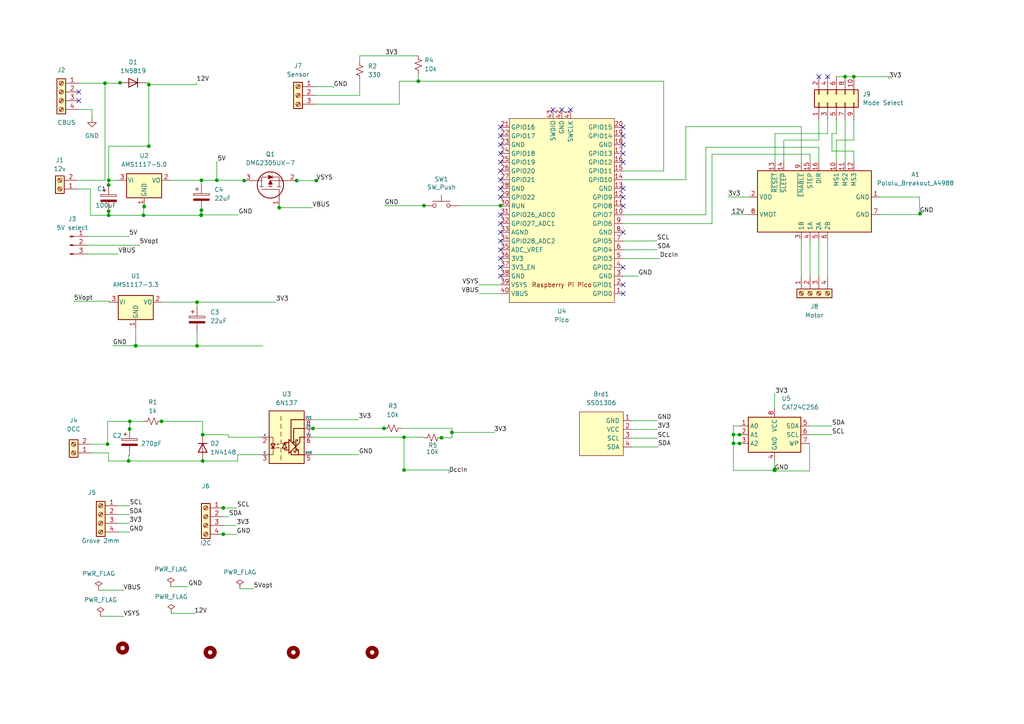
<source format=kicad_sch>
(kicad_sch (version 20211123) (generator eeschema)
  (paper "A4")
  (title_block (title "DCC Stepper Motor Drive") (date "2024-04-04") (rev "2.0") (comment 1 "1 Power supply to A4988 changed to 3v3") (comment 2 "2 Interface for sensor added") (comment 3 "3 Oled added"))
  (lib_symbols
    (symbol "Connector:Conn_01x03_Male" (pin_names (offset 1.016) hide)
      (property "Reference" "J" (at 0 5.08 0))
      (property "Value" "Conn_01x03_Male" (at 0 -5.08 0))
      (symbol "Conn_01x03_Male_1_1"
        (polyline (pts (xy 1.27 -2.54) (xy 0.8636 -2.54)) (stroke (width 0.1524)))
        (polyline (pts (xy 1.27 0) (xy 0.8636 0)) (stroke (width 0.1524)))
        (polyline (pts (xy 1.27 2.54) (xy 0.8636 2.54)) (stroke (width 0.1524)))
        (rectangle (start 0.8636 -2.413) (end 0 -2.667) (stroke (width 0.1524)) (fill (type outline)))
        (rectangle (start 0.8636 0.127) (end 0 -0.127) (stroke (width 0.1524)) (fill (type outline)))
        (rectangle (start 0.8636 2.667) (end 0 2.413) (stroke (width 0.1524)) (fill (type outline)))
        (pin passive line (at 5.08 2.54 180) (length 3.81) (name "Pin_1") (number "1"))
        (pin passive line (at 5.08 0 180) (length 3.81) (name "Pin_2") (number "2"))
        (pin passive line (at 5.08 -2.54 180) (length 3.81) (name "Pin_3") (number "3"))
      )
    )
    (symbol "Connector:Screw_Terminal_01x02" (pin_names (offset 1.016) hide)
      (property "Reference" "J" (at 0 2.54 0))
      (property "Value" "Screw_Terminal_01x02" (at 0 -5.08 0))
      (symbol "Screw_Terminal_01x02_1_1"
        (rectangle (start -1.27 1.27) (end 1.27 -3.81) (stroke (width 0.254)) (fill (type background)))
        (circle (center 0 -2.54) (radius 0.635) (stroke (width 0.1524)))
        (polyline (pts (xy -0.5334 -2.2098) (xy 0.3302 -3.048)) (stroke (width 0.1524)))
        (polyline (pts (xy -0.5334 0.3302) (xy 0.3302 -0.508)) (stroke (width 0.1524)))
        (polyline (pts (xy -0.3556 -2.032) (xy 0.508 -2.8702)) (stroke (width 0.1524)))
        (polyline (pts (xy -0.3556 0.508) (xy 0.508 -0.3302)) (stroke (width 0.1524)))
        (circle (center 0 0) (radius 0.635) (stroke (width 0.1524)))
        (pin passive line (at -5.08 0 0) (length 3.81) (name "Pin_1") (number "1"))
        (pin passive line (at -5.08 -2.54 0) (length 3.81) (name "Pin_2") (number "2"))
      )
    )
    (symbol "Connector:Screw_Terminal_01x03" (pin_names (offset 1.016) hide)
      (property "Reference" "J" (at 0 5.08 0))
      (property "Value" "Screw_Terminal_01x03" (at 0 -5.08 0))
      (symbol "Screw_Terminal_01x03_1_1"
        (rectangle (start -1.27 3.81) (end 1.27 -3.81) (stroke (width 0.254)) (fill (type background)))
        (circle (center 0 -2.54) (radius 0.635) (stroke (width 0.1524)))
        (polyline (pts (xy -0.5334 -2.2098) (xy 0.3302 -3.048)) (stroke (width 0.1524)))
        (polyline (pts (xy -0.5334 0.3302) (xy 0.3302 -0.508)) (stroke (width 0.1524)))
        (polyline (pts (xy -0.5334 2.8702) (xy 0.3302 2.032)) (stroke (width 0.1524)))
        (polyline (pts (xy -0.3556 -2.032) (xy 0.508 -2.8702)) (stroke (width 0.1524)))
        (polyline (pts (xy -0.3556 0.508) (xy 0.508 -0.3302)) (stroke (width 0.1524)))
        (polyline (pts (xy -0.3556 3.048) (xy 0.508 2.2098)) (stroke (width 0.1524)))
        (circle (center 0 0) (radius 0.635) (stroke (width 0.1524)))
        (circle (center 0 2.54) (radius 0.635) (stroke (width 0.1524)))
        (pin passive line (at -5.08 2.54 0) (length 3.81) (name "Pin_1") (number "1"))
        (pin passive line (at -5.08 0 0) (length 3.81) (name "Pin_2") (number "2"))
        (pin passive line (at -5.08 -2.54 0) (length 3.81) (name "Pin_3") (number "3"))
      )
    )
    (symbol "Connector:Screw_Terminal_01x04" (pin_names (offset 1.016) hide)
      (property "Reference" "J" (at 0 5.08 0))
      (property "Value" "Screw_Terminal_01x04" (at 0 -7.62 0))
      (symbol "Screw_Terminal_01x04_1_1"
        (rectangle (start -1.27 3.81) (end 1.27 -6.35) (stroke (width 0.254)) (fill (type background)))
        (circle (center 0 -5.08) (radius 0.635) (stroke (width 0.1524)))
        (circle (center 0 -2.54) (radius 0.635) (stroke (width 0.1524)))
        (polyline (pts (xy -0.5334 -4.7498) (xy 0.3302 -5.588)) (stroke (width 0.1524)))
        (polyline (pts (xy -0.5334 -2.2098) (xy 0.3302 -3.048)) (stroke (width 0.1524)))
        (polyline (pts (xy -0.5334 0.3302) (xy 0.3302 -0.508)) (stroke (width 0.1524)))
        (polyline (pts (xy -0.5334 2.8702) (xy 0.3302 2.032)) (stroke (width 0.1524)))
        (polyline (pts (xy -0.3556 -4.572) (xy 0.508 -5.4102)) (stroke (width 0.1524)))
        (polyline (pts (xy -0.3556 -2.032) (xy 0.508 -2.8702)) (stroke (width 0.1524)))
        (polyline (pts (xy -0.3556 0.508) (xy 0.508 -0.3302)) (stroke (width 0.1524)))
        (polyline (pts (xy -0.3556 3.048) (xy 0.508 2.2098)) (stroke (width 0.1524)))
        (circle (center 0 0) (radius 0.635) (stroke (width 0.1524)))
        (circle (center 0 2.54) (radius 0.635) (stroke (width 0.1524)))
        (pin passive line (at -5.08 2.54 0) (length 3.81) (name "Pin_1") (number "1"))
        (pin passive line (at -5.08 0 0) (length 3.81) (name "Pin_2") (number "2"))
        (pin passive line (at -5.08 -2.54 0) (length 3.81) (name "Pin_3") (number "3"))
        (pin passive line (at -5.08 -5.08 0) (length 3.81) (name "Pin_4") (number "4"))
      )
    )
    (symbol "Connector_Generic:Conn_02x05_Odd_Even" (pin_names (offset 1.016) hide)
      (property "Reference" "J" (at 1.27 7.62 0))
      (property "Value" "Conn_02x05_Odd_Even" (at 1.27 -7.62 0))
      (symbol "Conn_02x05_Odd_Even_1_1"
        (rectangle (start -1.27 -4.953) (end 0 -5.207) (stroke (width 0.1524)))
        (rectangle (start -1.27 -2.413) (end 0 -2.667) (stroke (width 0.1524)))
        (rectangle (start -1.27 0.127) (end 0 -0.127) (stroke (width 0.1524)))
        (rectangle (start -1.27 2.667) (end 0 2.413) (stroke (width 0.1524)))
        (rectangle (start -1.27 5.207) (end 0 4.953) (stroke (width 0.1524)))
        (rectangle (start -1.27 6.35) (end 3.81 -6.35) (stroke (width 0.254)) (fill (type background)))
        (rectangle (start 3.81 -4.953) (end 2.54 -5.207) (stroke (width 0.1524)))
        (rectangle (start 3.81 -2.413) (end 2.54 -2.667) (stroke (width 0.1524)))
        (rectangle (start 3.81 0.127) (end 2.54 -0.127) (stroke (width 0.1524)))
        (rectangle (start 3.81 2.667) (end 2.54 2.413) (stroke (width 0.1524)))
        (rectangle (start 3.81 5.207) (end 2.54 4.953) (stroke (width 0.1524)))
        (pin passive line (at -5.08 5.08 0) (length 3.81) (name "Pin_1") (number "1"))
        (pin passive line (at 7.62 -5.08 180) (length 3.81) (name "Pin_10") (number "10"))
        (pin passive line (at 7.62 5.08 180) (length 3.81) (name "Pin_2") (number "2"))
        (pin passive line (at -5.08 2.54 0) (length 3.81) (name "Pin_3") (number "3"))
        (pin passive line (at 7.62 2.54 180) (length 3.81) (name "Pin_4") (number "4"))
        (pin passive line (at -5.08 0 0) (length 3.81) (name "Pin_5") (number "5"))
        (pin passive line (at 7.62 0 180) (length 3.81) (name "Pin_6") (number "6"))
        (pin passive line (at -5.08 -2.54 0) (length 3.81) (name "Pin_7") (number "7"))
        (pin passive line (at 7.62 -2.54 180) (length 3.81) (name "Pin_8") (number "8"))
        (pin passive line (at -5.08 -5.08 0) (length 3.81) (name "Pin_9") (number "9"))
      )
    )
    (symbol "DMG2305UX-7:DMG2305UX-7" (pin_names (offset 0.762))
      (property "Reference" "Q" (at 11.43 3.81 0))
      (property "Value" "DMG2305UX-7" (at 11.43 1.27 0))
      (symbol "DMG2305UX-7_0_0"
        (pin passive line (at 0 0 0) (length 2.54) (name "~") (number "1"))
        (pin passive line (at 7.62 -5.08 90) (length 2.54) (name "~") (number "2"))
        (pin passive line (at 7.62 10.16 270) (length 2.54) (name "~") (number "3"))
      )
      (symbol "DMG2305UX-7_0_1"
        (polyline (pts (xy 5.842 -0.508) (xy 5.842 0.508)) (stroke (width 0.1524)))
        (polyline (pts (xy 5.842 0) (xy 7.62 0)) (stroke (width 0.1524)))
        (polyline (pts (xy 5.842 2.032) (xy 5.842 3.048)) (stroke (width 0.1524)))
        (polyline (pts (xy 5.842 5.588) (xy 5.842 4.572)) (stroke (width 0.1524)))
        (polyline (pts (xy 7.62 2.54) (xy 5.842 2.54)) (stroke (width 0.1524)))
        (polyline (pts (xy 7.62 2.54) (xy 7.62 -2.54)) (stroke (width 0.1524)))
        (polyline (pts (xy 7.62 5.08) (xy 5.842 5.08)) (stroke (width 0.1524)))
        (polyline (pts (xy 7.62 5.08) (xy 7.62 7.62)) (stroke (width 0.1524)))
        (polyline (pts (xy 8.128 2.032) (xy 9.144 2.032)) (stroke (width 0.1524)))
        (polyline (pts (xy 2.54 0) (xy 5.08 0) (xy 5.08 5.08)) (stroke (width 0.1524)))
        (polyline (pts (xy 8.636 2.032) (xy 8.636 0) (xy 7.62 0)) (stroke (width 0.1524)))
        (polyline (pts (xy 8.636 3.048) (xy 8.636 5.08) (xy 7.62 5.08)) (stroke (width 0.1524)))
        (polyline (pts (xy 7.62 2.54) (xy 6.604 3.048) (xy 6.604 2.032) (xy 7.62 2.54)) (stroke (width 0.254)) (fill (type outline)))
        (polyline (pts (xy 8.636 2.032) (xy 8.128 3.048) (xy 9.144 3.048) (xy 8.636 2.032)) (stroke (width 0.254)) (fill (type outline)))
        (circle (center 6.35 2.54) (radius 3.81) (stroke (width 0.254)))
      )
    )
    (symbol "Device:C_Polarized" (pin_numbers hide) (pin_names (offset 0.254))
      (property "Reference" "C" (at 0.635 2.54 0))
      (property "Value" "C_Polarized" (at 0.635 -2.54 0))
      (symbol "C_Polarized_0_1"
        (rectangle (start -2.286 0.508) (end 2.286 1.016))
        (polyline (pts (xy -1.778 2.286) (xy -0.762 2.286)))
        (polyline (pts (xy -1.27 2.794) (xy -1.27 1.778)))
        (rectangle (start 2.286 -0.508) (end -2.286 -1.016) (fill (type outline)))
      )
      (symbol "C_Polarized_1_1"
        (pin passive line (at 0 3.81 270) (length 2.794) (name "~") (number "1"))
        (pin passive line (at 0 -3.81 90) (length 2.794) (name "~") (number "2"))
      )
    )
    (symbol "Device:R_Small_US" (pin_numbers hide) (pin_names (offset 0.254) hide)
      (property "Reference" "R" (at 0.762 0.508 0))
      (property "Value" "R_Small_US" (at 0.762 -1.016 0))
      (symbol "R_Small_US_1_1"
        (polyline (pts (xy 0 0) (xy 1.016 -0.381) (xy 0 -0.762) (xy -1.016 -1.143) (xy 0 -1.524)))
        (polyline (pts (xy 0 1.524) (xy 1.016 1.143) (xy 0 0.762) (xy -1.016 0.381) (xy 0 0)))
        (pin passive line (at 0 2.54 270) (length 1.016) (name "~") (number "1"))
        (pin passive line (at 0 -2.54 90) (length 1.016) (name "~") (number "2"))
      )
    )
    (symbol "Diode:1N4004" (pin_numbers hide) (pin_names hide)
      (property "Reference" "D" (at 0 2.54 0))
      (property "Value" "1N4004" (at 0 -2.54 0))
      (symbol "1N4004_0_1"
        (polyline (pts (xy -1.27 1.27) (xy -1.27 -1.27)) (stroke (width 0.254)))
        (polyline (pts (xy 1.27 0) (xy -1.27 0)))
        (polyline (pts (xy 1.27 1.27) (xy 1.27 -1.27) (xy -1.27 0) (xy 1.27 1.27)) (stroke (width 0.254)))
      )
      (symbol "1N4004_1_1"
        (pin passive line (at -3.81 0 0) (length 2.54) (name "K") (number "1"))
        (pin passive line (at 3.81 0 180) (length 2.54) (name "A") (number "2"))
      )
    )
    (symbol "Diode:1N4148" (pin_numbers hide) (pin_names hide)
      (property "Reference" "D" (at 0 2.54 0))
      (property "Value" "1N4148" (at 0 -2.54 0))
      (symbol "1N4148_0_1"
        (polyline (pts (xy -1.27 1.27) (xy -1.27 -1.27)) (stroke (width 0.254)))
        (polyline (pts (xy 1.27 0) (xy -1.27 0)))
        (polyline (pts (xy 1.27 1.27) (xy 1.27 -1.27) (xy -1.27 0) (xy 1.27 1.27)) (stroke (width 0.254)))
      )
      (symbol "1N4148_1_1"
        (pin passive line (at -3.81 0 0) (length 2.54) (name "K") (number "1"))
        (pin passive line (at 3.81 0 180) (length 2.54) (name "A") (number "2"))
      )
    )
    (symbol "Driver_Motor:Pololu_Breakout_A4988"
      (property "Reference" "A" (at -2.54 19.05 0))
      (property "Value" "Pololu_Breakout_A4988" (at -2.54 16.51 0))
      (symbol "Pololu_Breakout_A4988_0_1"
        (rectangle (start 10.16 -17.78) (end -7.62 15.24) (stroke (width 0.254)) (fill (type background)))
      )
      (symbol "Pololu_Breakout_A4988_1_1"
        (pin power_in line (at 0 -20.32 90) (length 2.54) (name "GND") (number "1"))
        (pin input line (at -10.16 -7.62 0) (length 2.54) (name "MS1") (number "10"))
        (pin input line (at -10.16 -10.16 0) (length 2.54) (name "MS2") (number "11"))
        (pin input line (at -10.16 -12.7 0) (length 2.54) (name "MS3") (number "12"))
        (pin input line (at -10.16 10.16 0) (length 2.54) (name "~{RESET}") (number "13"))
        (pin input line (at -10.16 7.62 0) (length 2.54) (name "~{SLEEP}") (number "14"))
        (pin input line (at -10.16 0 0) (length 2.54) (name "STEP") (number "15"))
        (pin input line (at -10.16 -2.54 0) (length 2.54) (name "DIR") (number "16"))
        (pin power_in line (at 0 17.78 270) (length 2.54) (name "VDD") (number "2"))
        (pin output line (at 12.7 2.54 180) (length 2.54) (name "1B") (number "3"))
        (pin output line (at 12.7 0 180) (length 2.54) (name "1A") (number "4"))
        (pin output line (at 12.7 -2.54 180) (length 2.54) (name "2A") (number "5"))
        (pin output line (at 12.7 -5.08 180) (length 2.54) (name "2B") (number "6"))
        (pin power_in line (at 5.08 -20.32 90) (length 2.54) (name "GND") (number "7"))
        (pin power_in line (at 5.08 17.78 270) (length 2.54) (name "VMOT") (number "8"))
        (pin input line (at -10.16 2.54 0) (length 2.54) (name "~{ENABLE}") (number "9"))
      )
    )
    (symbol "Isolator:6N137" (pin_names (offset 0))
      (property "Reference" "U" (at -4.064 8.89 0))
      (property "Value" "6N137" (at 0 -8.89 0))
      (symbol "6N137_0_1"
        (polyline (pts (xy 2.667 -3.556) (xy 2.667 -1.651)) (stroke (width 0.254)))
        (polyline (pts (xy 2.667 -2.159) (xy 2.667 -2.921)) (stroke (width 0.254)))
        (polyline (pts (xy 3.429 -3.937) (xy 3.429 -5.08)) (stroke (width 0.254)))
        (polyline (pts (xy -0.635 -3.302) (xy -0.635 -3.683) (xy 0.635 -3.683)) (stroke (width 0.254)))
        (polyline (pts (xy -0.635 -1.905) (xy -0.635 -1.524) (xy 0.508 -1.524)) (stroke (width 0.254)))
        (polyline (pts (xy 1.27 -4.064) (xy 1.27 -5.08) (xy 5.08 -5.08)) (stroke (width 0.254)))
        (polyline (pts (xy 1.27 -1.27) (xy 1.27 5.08) (xy 5.08 5.08)) (stroke (width 0.254)))
        (polyline (pts (xy 2.032 -1.27) (xy 2.032 2.54) (xy 5.08 2.54)) (stroke (width 0.254)))
        (polyline (pts (xy -5.08 -5.08) (xy -3.937 -5.08) (xy -3.937 0) (xy -5.08 0)))
        (polyline (pts (xy 2.667 -3.302) (xy 2.667 -4.318) (xy 2.159 -4.318) (xy 2.159 -3.937)) (stroke (width 0.254)))
        (polyline (pts (xy 2.667 -2.667) (xy 0.635 -4.699) (xy 0.635 -0.635) (xy 2.667 -2.667)) (stroke (width 0.254)))
        (polyline (pts (xy 2.667 -1.778) (xy 2.667 -0.762) (xy 3.175 -0.762) (xy 3.175 -1.143)) (stroke (width 0.254)))
        (polyline (pts (xy 2.794 -2.54) (xy 3.81 -1.524) (xy 3.81 0) (xy 5.08 0)) (stroke (width 0.254)))
        (polyline (pts (xy 2.667 -3.175) (xy 3.429 -3.937) (xy 3.302 -3.556) (xy 3.048 -3.81) (xy 3.429 -3.937)) (stroke (width 0.254)))
        (circle (center 2.032 -1.524) (radius 0.254) (stroke (width 0.254)))
      )
      (symbol "6N137_1_1"
        (rectangle (start -5.08 7.62) (end 5.08 -7.62) (stroke (width 0.254)) (fill (type background)))
        (polyline (pts (xy -4.572 -3.175) (xy -3.302 -3.175)) (stroke (width 0.254)))
        (polyline (pts (xy -1.651 -5.334) (xy -1.651 -6.604)))
        (polyline (pts (xy -1.651 -3.048) (xy -1.651 -4.318)))
        (polyline (pts (xy -1.651 -0.762) (xy -1.651 -2.032)))
        (polyline (pts (xy -1.651 1.524) (xy -1.651 0.254)))
        (polyline (pts (xy -1.651 3.81) (xy -1.651 2.54)))
        (polyline (pts (xy -1.651 6.096) (xy -1.651 4.826)))
        (polyline (pts (xy -1.27 -1.905) (xy 0 -1.905)) (stroke (width 0.254)))
        (polyline (pts (xy -3.937 -3.175) (xy -4.572 -1.905) (xy -3.302 -1.905) (xy -3.937 -3.175)) (stroke (width 0.254)))
        (polyline (pts (xy -0.635 -1.905) (xy -1.27 -3.175) (xy 0 -3.175) (xy -0.635 -1.905)) (stroke (width 0.254)))
        (polyline (pts (xy -2.921 -3.048) (xy -2.159 -3.048) (xy -2.54 -3.175) (xy -2.54 -2.921) (xy -2.159 -3.048)) (stroke (width 0.127)))
        (polyline (pts (xy -2.921 -2.032) (xy -2.159 -2.032) (xy -2.54 -2.159) (xy -2.54 -1.905) (xy -2.159 -2.032)) (stroke (width 0.127)))
        (pin no_connect line (at -5.08 5.08 0) (length 2.54) hide (name "NC") (number "1"))
        (pin passive line (at -7.62 0 0) (length 2.54) (name "A") (number "2"))
        (pin passive line (at -7.62 -5.08 0) (length 2.54) (name "C") (number "3"))
        (pin power_in line (at 7.62 -5.08 180) (length 2.54) (name "GND") (number "5"))
        (pin open_collector line (at 7.62 0 180) (length 2.54) (name "VO") (number "6"))
        (pin input line (at 7.62 2.54 180) (length 2.54) (name "EN") (number "7"))
        (pin power_in line (at 7.62 5.08 180) (length 2.54) (name "VCC") (number "8"))
      )
    )
    (symbol "MCU_RaspberryPi_and_Boards:Pico"
      (property "Reference" "U" (at -13.97 27.94 0))
      (property "Value" "Pico" (at 0 19.05 0))
      (symbol "Pico_0_0"
        (text "Raspberry Pi Pico" (at 0 21.59 0) (effects (font (size 1.27 1.27))))
      )
      (symbol "Pico_0_1"
        (rectangle (start -15.24 26.67) (end 15.24 -26.67) (fill (type background)))
      )
      (symbol "Pico_1_1"
        (pin bidirectional line (at -17.78 24.13 0) (length 2.54) (name "GPIO0") (number "1"))
        (pin bidirectional line (at -17.78 1.27 0) (length 2.54) (name "GPIO7") (number "10"))
        (pin bidirectional line (at -17.78 -1.27 0) (length 2.54) (name "GPIO8") (number "11"))
        (pin bidirectional line (at -17.78 -3.81 0) (length 2.54) (name "GPIO9") (number "12"))
        (pin power_in line (at -17.78 -6.35 0) (length 2.54) (name "GND") (number "13"))
        (pin bidirectional line (at -17.78 -8.89 0) (length 2.54) (name "GPIO10") (number "14"))
        (pin bidirectional line (at -17.78 -11.43 0) (length 2.54) (name "GPIO11") (number "15"))
        (pin bidirectional line (at -17.78 -13.97 0) (length 2.54) (name "GPIO12") (number "16"))
        (pin bidirectional line (at -17.78 -16.51 0) (length 2.54) (name "GPIO13") (number "17"))
        (pin power_in line (at -17.78 -19.05 0) (length 2.54) (name "GND") (number "18"))
        (pin bidirectional line (at -17.78 -21.59 0) (length 2.54) (name "GPIO14") (number "19"))
        (pin bidirectional line (at -17.78 21.59 0) (length 2.54) (name "GPIO1") (number "2"))
        (pin bidirectional line (at -17.78 -24.13 0) (length 2.54) (name "GPIO15") (number "20"))
        (pin bidirectional line (at 17.78 -24.13 180) (length 2.54) (name "GPIO16") (number "21"))
        (pin bidirectional line (at 17.78 -21.59 180) (length 2.54) (name "GPIO17") (number "22"))
        (pin power_in line (at 17.78 -19.05 180) (length 2.54) (name "GND") (number "23"))
        (pin bidirectional line (at 17.78 -16.51 180) (length 2.54) (name "GPIO18") (number "24"))
        (pin bidirectional line (at 17.78 -13.97 180) (length 2.54) (name "GPIO19") (number "25"))
        (pin bidirectional line (at 17.78 -11.43 180) (length 2.54) (name "GPIO20") (number "26"))
        (pin bidirectional line (at 17.78 -8.89 180) (length 2.54) (name "GPIO21") (number "27"))
        (pin power_in line (at 17.78 -6.35 180) (length 2.54) (name "GND") (number "28"))
        (pin bidirectional line (at 17.78 -3.81 180) (length 2.54) (name "GPIO22") (number "29"))
        (pin power_in line (at -17.78 19.05 0) (length 2.54) (name "GND") (number "3"))
        (pin input line (at 17.78 -1.27 180) (length 2.54) (name "RUN") (number "30"))
        (pin bidirectional line (at 17.78 1.27 180) (length 2.54) (name "GPIO26_ADC0") (number "31"))
        (pin bidirectional line (at 17.78 3.81 180) (length 2.54) (name "GPIO27_ADC1") (number "32"))
        (pin power_in line (at 17.78 6.35 180) (length 2.54) (name "AGND") (number "33"))
        (pin bidirectional line (at 17.78 8.89 180) (length 2.54) (name "GPIO28_ADC2") (number "34"))
        (pin power_in line (at 17.78 11.43 180) (length 2.54) (name "ADC_VREF") (number "35"))
        (pin power_in line (at 17.78 13.97 180) (length 2.54) (name "3V3") (number "36"))
        (pin input line (at 17.78 16.51 180) (length 2.54) (name "3V3_EN") (number "37"))
        (pin bidirectional line (at 17.78 19.05 180) (length 2.54) (name "GND") (number "38"))
        (pin power_in line (at 17.78 21.59 180) (length 2.54) (name "VSYS") (number "39"))
        (pin bidirectional line (at -17.78 16.51 0) (length 2.54) (name "GPIO2") (number "4"))
        (pin power_in line (at 17.78 24.13 180) (length 2.54) (name "VBUS") (number "40"))
        (pin input line (at -2.54 -29.21 90) (length 2.54) (name "SWCLK") (number "41"))
        (pin power_in line (at 0 -29.21 90) (length 2.54) (name "GND") (number "42"))
        (pin bidirectional line (at 2.54 -29.21 90) (length 2.54) (name "SWDIO") (number "43"))
        (pin bidirectional line (at -17.78 13.97 0) (length 2.54) (name "GPIO3") (number "5"))
        (pin bidirectional line (at -17.78 11.43 0) (length 2.54) (name "GPIO4") (number "6"))
        (pin bidirectional line (at -17.78 8.89 0) (length 2.54) (name "GPIO5") (number "7"))
        (pin power_in line (at -17.78 6.35 0) (length 2.54) (name "GND") (number "8"))
        (pin bidirectional line (at -17.78 3.81 0) (length 2.54) (name "GPIO6") (number "9"))
      )
    )
    (symbol "Mechanical:MountingHole" (pin_names (offset 1.016))
      (property "Reference" "H" (at 0 5.08 0))
      (property "Value" "MountingHole" (at 0 3.175 0))
      (symbol "MountingHole_0_1"
        (circle (center 0 0) (radius 1.27) (stroke (width 1.27)))
      )
    )
    (symbol "Memory_EEPROM:CAT24C256"
      (property "Reference" "U" (at -6.35 6.35 0))
      (property "Value" "CAT24C256" (at 1.27 6.35 0))
      (symbol "CAT24C256_1_1"
        (rectangle (start -7.62 5.08) (end 7.62 -5.08) (stroke (width 0.254)) (fill (type background)))
        (pin input line (at -10.16 2.54 0) (length 2.54) (name "A0") (number "1"))
        (pin input line (at -10.16 0 0) (length 2.54) (name "A1") (number "2"))
        (pin input line (at -10.16 -2.54 0) (length 2.54) (name "A2") (number "3"))
        (pin power_in line (at 0 -7.62 90) (length 2.54) (name "GND") (number "4"))
        (pin bidirectional line (at 10.16 2.54 180) (length 2.54) (name "SDA") (number "5"))
        (pin input line (at 10.16 0 180) (length 2.54) (name "SCL") (number "6"))
        (pin input line (at 10.16 -2.54 180) (length 2.54) (name "WP") (number "7"))
        (pin power_in line (at 0 7.62 270) (length 2.54) (name "VCC") (number "8"))
      )
    )
    (symbol "Regulator_Linear:AMS1117-3.3" (pin_names (offset 0.254))
      (property "Reference" "U" (at -3.81 3.175 0))
      (property "Value" "AMS1117-3.3" (at 0 3.175 0))
      (symbol "AMS1117-3.3_0_1"
        (rectangle (start -5.08 -5.08) (end 5.08 1.905) (stroke (width 0.254)) (fill (type background)))
      )
      (symbol "AMS1117-3.3_1_1"
        (pin power_in line (at 0 -7.62 90) (length 2.54) (name "GND") (number "1"))
        (pin power_out line (at 7.62 0 180) (length 2.54) (name "VO") (number "2"))
        (pin power_in line (at -7.62 0 0) (length 2.54) (name "VI") (number "3"))
      )
    )
    (symbol "Regulator_Linear:AMS1117-5.0" (pin_names (offset 0.254))
      (property "Reference" "U" (at -3.81 3.175 0))
      (property "Value" "AMS1117-5.0" (at 0 3.175 0))
      (symbol "AMS1117-5.0_0_1"
        (rectangle (start -5.08 -5.08) (end 5.08 1.905) (stroke (width 0.254)) (fill (type background)))
      )
      (symbol "AMS1117-5.0_1_1"
        (pin power_in line (at 0 -7.62 90) (length 2.54) (name "GND") (number "1"))
        (pin power_out line (at 7.62 0 180) (length 2.54) (name "VO") (number "2"))
        (pin power_in line (at -7.62 0 0) (length 2.54) (name "VI") (number "3"))
      )
    )
    (symbol "SSD1306-128x64_OLED:SSD1306" (pin_names (offset 1.016))
      (property "Reference" "Brd" (at 0 -3.81 0))
      (property "Value" "SSD1306" (at 0 -1.27 0))
      (symbol "SSD1306_0_1"
        (rectangle (start -6.35 6.35) (end 6.35 -6.35) (fill (type background)))
      )
      (symbol "SSD1306_1_1"
        (pin input line (at -3.81 8.89 270) (length 2.54) (name "GND") (number "1"))
        (pin input line (at -1.27 8.89 270) (length 2.54) (name "VCC") (number "2"))
        (pin input line (at 1.27 8.89 270) (length 2.54) (name "SCL") (number "3"))
        (pin input line (at 3.81 8.89 270) (length 2.54) (name "SDA") (number "4"))
      )
    )
    (symbol "Switch:SW_Push" (pin_numbers hide) (pin_names (offset 1.016) hide)
      (property "Reference" "SW" (at 1.27 2.54 0))
      (property "Value" "SW_Push" (at 0 -1.524 0))
      (symbol "SW_Push_0_1"
        (circle (center -2.032 0) (radius 0.508))
        (polyline (pts (xy 0 1.27) (xy 0 3.048)))
        (polyline (pts (xy 2.54 1.27) (xy -2.54 1.27)))
        (circle (center 2.032 0) (radius 0.508))
        (pin passive line (at -5.08 0 0) (length 2.54) (name "1") (number "1"))
        (pin passive line (at 5.08 0 180) (length 2.54) (name "2") (number "2"))
      )
    )
    (symbol "power:GND" (power) (pin_names (offset 0))
      (property "Value" "GND" (at 0 -3.81 0))
      (symbol "GND_0_1"
        (polyline (pts (xy 0 0) (xy 0 -1.27) (xy 1.27 -1.27) (xy 0 -2.54) (xy -1.27 -1.27) (xy 0 -1.27)))
      )
      (symbol "GND_1_1"
        (pin power_in line (at 0 0 270) (length 0) hide (name "GND") (number "1"))
      )
    )
    (symbol "power:PWR_FLAG" (power) (pin_numbers hide) (pin_names (offset 0) hide)
      (property "Value" "PWR_FLAG" (at 0 3.81 0))
      (symbol "PWR_FLAG_0_0"
        (pin power_out line (at 0 0 90) (length 0) (name "pwr") (number "1"))
      )
      (symbol "PWR_FLAG_0_1"
        (polyline (pts (xy 0 0) (xy 0 1.27) (xy -1.016 1.905) (xy 0 2.54) (xy 1.016 1.905) (xy 0 1.27)))
      )
    )
  )
  (junction (at 39.37 100.254))
  (junction (at 41.8109 59.9123))
  (junction (at 224.6508 136.2057))
  (junction (at 91.7448 52.3853))
  (junction (at 245.11 22.225))
  (junction (at 30.4493 24.13))
  (junction (at 70.8113 52.3853))
  (junction (at 31.5215 62.4451))
  (junction (at 266.8544 61.976))
  (junction (at 39.37 100.33))
  (junction (at 34.8084 24.0044))
  (junction (at 57.15 100.33))
  (junction (at 214.4908 128.6312))
  (junction (at 214.4908 126.0912))
  (junction (at 31.515 53.6627))
  (junction (at 58.777 126.09))
  (junction (at 224.6508 136.4245))
  (junction (at 64.77 147.32))
  (junction (at 31.1947 128.8215))
  (junction (at 31.5215 52.2923))
  (junction (at 58.777 133.71))
  (junction (at 62.8797 52.2923))
  (junction (at 46.8493 122.2061))
  (junction (at 224.6524 136.2057))
  (junction (at 41.6327 62.4451))
  (junction (at 37.649 122.2061))
  (junction (at 43.1726 24.5656))
  (junction (at 247.65 22.225))
  (junction (at 212.7293 126.0606))
  (junction (at 128.0486 126.9603))
  (junction (at 212.7293 128.5765))
  (junction (at 80.9713 60.2435))
  (junction (at 58.42 52.2923))
  (junction (at 90.7627 124.2657))
  (junction (at 131.077 125.4217))
  (junction (at 43.1726 42.3957))
  (junction (at 37.5804 124.4384))
  (junction (at 31.515 61.2827))
  (junction (at 122.9589 59.646))
  (junction (at 37.3057 133.71))
  (junction (at 145.1614 59.6484))
  (junction (at 64.77 154.94))
  (junction (at 121.3322 23.5497))
  (junction (at 58.3449 62.3352))
  (junction (at 86.0513 52.3853))
  (junction (at 57.15 87.63))
  (junction (at 117.1897 136.3294))
  (junction (at 58.3449 62.4451))
  (junction (at 58.42 60.96))
  (junction (at 111.3621 124.2386))
  (junction (at 117.1897 126.8057))
  (no_connect (at 145.1614 41.9818))
  (no_connect (at 145.1614 57.2218))
  (no_connect (at 145.1614 36.9018))
  (no_connect (at 145.1614 77.5418))
  (no_connect (at 180.7214 47.0618))
  (no_connect (at 145.1614 67.3818))
  (no_connect (at 165.4814 31.8218))
  (no_connect (at 145.1614 44.5218))
  (no_connect (at 145.1614 52.1418))
  (no_connect (at 145.1614 72.4618))
  (no_connect (at 180.7214 85.1618))
  (no_connect (at 22.86 26.67))
  (no_connect (at 180.7214 41.9818))
  (no_connect (at 145.1614 69.9218))
  (no_connect (at 145.1614 80.0818))
  (no_connect (at 145.1614 64.8418))
  (no_connect (at 237.49 22.225))
  (no_connect (at 180.7214 82.6218))
  (no_connect (at 162.9414 31.8218))
  (no_connect (at 180.7214 77.5418))
  (no_connect (at 22.86 29.21))
  (no_connect (at 145.1614 54.6818))
  (no_connect (at 160.4014 31.8218))
  (no_connect (at 145.1614 47.0618))
  (no_connect (at 180.7214 57.2218))
  (no_connect (at 145.1614 39.4418))
  (no_connect (at 180.7214 44.5218))
  (no_connect (at 145.1614 75.0018))
  (no_connect (at 180.7214 59.7618))
  (no_connect (at 180.7214 67.3818))
  (no_connect (at 145.1614 62.3018))
  (no_connect (at 145.1614 49.6018))
  (no_connect (at 240.03 22.225))
  (no_connect (at 180.7214 36.9018))
  (no_connect (at 180.7214 54.6818))
  (no_connect (at 180.7214 39.4418))
  (wire (pts (xy 49.6629 177.9022) (xy 56.3645 177.9022)))
  (wire (pts (xy 43.1726 24.5656) (xy 43.1726 42.3957)))
  (wire (pts (xy 30.4493 24.13) (xy 30.4493 52.2905)))
  (wire (pts (xy 104.3173 17.9161) (xy 104.3173 16.1975)))
  (wire (pts (xy 224.6508 114.3286) (xy 224.8164 114.3286)))
  (wire (pts (xy 190.8281 129.6385) (xy 190.8281 129.5532)))
  (wire (pts (xy 138.8415 82.6218) (xy 145.1614 82.6218)))
  (wire (pts (xy 206.5107 44.7196) (xy 206.5107 64.8418)))
  (wire (pts (xy 214.4908 126.0606) (xy 214.4908 126.0912)))
  (wire (pts (xy 245.11 34.925) (xy 245.11 46.99)))
  (wire (pts (xy 68.6141 154.987) (xy 64.77 154.987)))
  (wire (pts (xy 29.158 178.7396) (xy 35.8026 178.7396)))
  (wire (pts (xy 66.2318 126.09) (xy 58.777 126.09)))
  (wire (pts (xy 30.4493 24.13) (xy 34.9655 24.13)))
  (wire (pts (xy 91.7448 52.2804) (xy 91.7448 52.3853)))
  (wire (pts (xy 217.17 62.23) (xy 212.1651 62.23)))
  (wire (pts (xy 68.9137 131.8857) (xy 68.9137 133.71)))
  (wire (pts (xy 22.4319 52.2905) (xy 30.4493 52.2905)))
  (wire (pts (xy 69.5822 170.7691) (xy 73.5545 170.7691)))
  (wire (pts (xy 86.0513 52.3922) (xy 86.0513 52.3853)))
  (wire (pts (xy 180.7214 72.4618) (xy 190.6195 72.3977)))
  (wire (pts (xy 70.8113 52.2923) (xy 70.8113 52.3853)))
  (wire (pts (xy 56.3645 177.9022) (xy 56.3645 178.0986)))
  (wire (pts (xy 133.1189 59.646) (xy 145.1614 59.646)))
  (wire (pts (xy 183.2952 124.5585) (xy 190.6588 124.5585)))
  (wire (pts (xy 37.3057 132.0584) (xy 37.5804 132.0584)))
  (wire (pts (xy 25.4 68.58) (xy 37.3926 68.58)))
  (wire (pts (xy 57.15 100.33) (xy 76.2 100.33)))
  (wire (pts (xy 138.9468 85.1618) (xy 145.1614 85.1618)))
  (wire (pts (xy 255.27 62.23) (xy 266.8544 62.23)))
  (wire (pts (xy 26.67 31.75) (xy 26.67 34.29)))
  (wire (pts (xy 31.4487 131.3615) (xy 26.4374 131.3615)))
  (wire (pts (xy 121.3322 23.5497) (xy 115.8324 23.5497)))
  (wire (pts (xy 64.77 147.3282) (xy 64.77 147.32)))
  (wire (pts (xy 234.8108 128.6312) (xy 234.8108 136.5886)))
  (wire (pts (xy 198.9334 52.1418) (xy 180.7214 52.1418)))
  (wire (pts (xy 37.3057 133.71) (xy 37.3057 132.0584)))
  (wire (pts (xy 66.2318 126.8057) (xy 66.2318 126.09)))
  (wire (pts (xy 34.29 149.225) (xy 37.4893 149.225)))
  (wire (pts (xy 190.6588 127.0985) (xy 190.6588 127.1829)))
  (wire (pts (xy 49.53 170.18) (xy 54.61 170.18)))
  (wire (pts (xy 117.1897 136.3294) (xy 117.1897 136.4986)))
  (wire (pts (xy 104.3173 27.6746) (xy 104.3173 22.9961)))
  (wire (pts (xy 37.649 124.4384) (xy 37.5804 124.4384)))
  (wire (pts (xy 212.7293 126.0606) (xy 212.7293 128.5765)))
  (wire (pts (xy 46.99 87.63) (xy 57.15 87.63)))
  (wire (pts (xy 31.5215 62.4451) (xy 41.6327 62.4451)))
  (wire (pts (xy 68.7162 147.3282) (xy 64.77 147.3282)))
  (wire (pts (xy 91.5231 25.1346) (xy 96.7551 25.1346)))
  (wire (pts (xy 39.37 100.33) (xy 57.15 100.33)))
  (wire (pts (xy 103.9736 121.7257) (xy 103.9736 121.686)))
  (wire (pts (xy 58.3449 62.3352) (xy 58.3449 62.4451)))
  (wire (pts (xy 37.4552 151.765) (xy 37.4552 151.7627)))
  (wire (pts (xy 90.7627 126.8057) (xy 117.1897 126.8057)))
  (wire (pts (xy 39.37 95.25) (xy 39.37 100.254)))
  (wire (pts (xy 62.8797 52.2923) (xy 70.8113 52.2923)))
  (wire (pts (xy 41.8109 59.9123) (xy 41.8606 59.9123)))
  (wire (pts (xy 180.7214 64.8418) (xy 206.5107 64.8418)))
  (wire (pts (xy 241.3 43.815) (xy 241.3 38.735)))
  (wire (pts (xy 180.7214 80.0818) (xy 185.1197 80.0818)))
  (wire (pts (xy 224.79 38.735) (xy 240.03 38.735)))
  (wire (pts (xy 62.8797 52.2923) (xy 62.8797 46.9648)))
  (wire (pts (xy 192.4852 23.5497) (xy 192.4852 49.6018)))
  (wire (pts (xy 35.8026 171.1722) (xy 35.8026 171.3567)))
  (wire (pts (xy 240.03 38.735) (xy 240.03 34.925)))
  (wire (pts (xy 43.1726 42.3957) (xy 43.3297 42.3957)))
  (wire (pts (xy 237.49 42.7201) (xy 237.49 46.99)))
  (wire (pts (xy 180.7214 62.3018) (xy 204.7216 62.3018)))
  (wire (pts (xy 69.1638 62.3352) (xy 58.3449 62.3352)))
  (wire (pts (xy 31.4487 133.71) (xy 37.3057 133.71)))
  (wire (pts (xy 116.4421 124.2386) (xy 131.077 124.2386)))
  (wire (pts (xy 224.6508 136.4245) (xy 224.6508 136.2057)))
  (wire (pts (xy 90.6042 60.2435) (xy 90.6042 60.3334)))
  (wire (pts (xy 212.7293 126.0606) (xy 214.4908 126.0606)))
  (wire (pts (xy 130.1994 136.3294) (xy 130.1994 137.2945)))
  (wire (pts (xy 80.9713 60.0053) (xy 80.9713 60.2435)))
  (wire (pts (xy 183.2952 127.0985) (xy 190.6588 127.0985)))
  (wire (pts (xy 80.9713 60.2435) (xy 80.9713 60.3264)))
  (wire (pts (xy 80.9713 60.2435) (xy 90.6042 60.2435)))
  (wire (pts (xy 192.4852 49.6018) (xy 180.7214 49.6018)))
  (wire (pts (xy 91.5231 27.6746) (xy 104.3173 27.6746)))
  (wire (pts (xy 26.2356 54.8305) (xy 26.2356 62.4451)))
  (wire (pts (xy 46.7654 122.2061) (xy 46.8493 122.2061)))
  (wire (pts (xy 214.4908 128.5765) (xy 214.4908 128.6312)))
  (wire (pts (xy 91.7448 52.3853) (xy 91.7448 52.4764)))
  (wire (pts (xy 86.0513 52.3853) (xy 91.7448 52.3853)))
  (wire (pts (xy 185.1197 80.0818) (xy 185.1197 80.0791)))
  (wire (pts (xy 131.077 125.4217) (xy 131.077 126.9774)))
  (wire (pts (xy 131.077 124.2386) (xy 131.077 125.4217)))
  (wire (pts (xy 58.3449 60.96) (xy 58.3449 62.3352)))
  (wire (pts (xy 241.279 123.5512) (xy 241.279 123.5912)))
  (wire (pts (xy 43.3297 42.3957) (xy 31.5215 42.3849)))
  (wire (pts (xy 234.8108 123.5512) (xy 241.279 123.5512)))
  (wire (pts (xy 57.15 96.52) (xy 57.15 100.33)))
  (wire (pts (xy 22.86 31.75) (xy 26.67 31.75)))
  (wire (pts (xy 35.8026 178.7396) (xy 35.8026 178.9242)))
  (wire (pts (xy 66.3965 149.86) (xy 64.77 149.86)))
  (wire (pts (xy 64.77 154.987) (xy 64.77 154.94)))
  (wire (pts (xy 111.514 59.6484) (xy 122.9589 59.6484)))
  (wire (pts (xy 31.75 87.3496) (xy 31.75 87.63)))
  (wire (pts (xy 58.777 126.2253) (xy 58.777 126.09)))
  (wire (pts (xy 34.29 151.765) (xy 37.4552 151.765)))
  (wire (pts (xy 245.11 22.225) (xy 247.65 22.225)))
  (wire (pts (xy 257.81 22.225) (xy 257.81 22.86)))
  (wire (pts (xy 192.4852 23.5497) (xy 121.3322 23.5497)))
  (wire (pts (xy 204.7216 42.7201) (xy 204.7216 62.3018)))
  (wire (pts (xy 212.7293 123.5512) (xy 212.7293 126.0606)))
  (wire (pts (xy 240.03 69.85) (xy 240.03 80.01)))
  (wire (pts (xy 31.5215 52.2923) (xy 31.5215 53.6627)))
  (wire (pts (xy 131.077 126.9774) (xy 128.0486 126.9774)))
  (wire (pts (xy 237.49 40.64) (xy 227.33 40.64)))
  (wire (pts (xy 58.3449 60.96) (xy 58.42 60.96)))
  (wire (pts (xy 190.6588 122.0185) (xy 190.6588 121.9344)))
  (wire (pts (xy 212.7293 128.5765) (xy 212.7293 136.4245)))
  (wire (pts (xy 266.7 61.976) (xy 266.8544 61.976)))
  (wire (pts (xy 247.65 22.225) (xy 257.81 22.225)))
  (wire (pts (xy 145.1614 59.646) (xy 145.1614 59.6484)))
  (wire (pts (xy 111.3621 124.2657) (xy 111.3621 124.2386)))
  (wire (pts (xy 224.6524 136.2057) (xy 224.6524 136.5886)))
  (wire (pts (xy 31.5215 42.3849) (xy 31.5215 52.2923)))
  (wire (pts (xy 31.5215 52.2923) (xy 34.1909 52.2923)))
  (wire (pts (xy 34.9655 24.13) (xy 34.8084 24.0044)))
  (wire (pts (xy 41.6327 59.9123) (xy 41.8109 59.9123)))
  (wire (pts (xy 58.42 52.2923) (xy 62.8797 52.2923)))
  (wire (pts (xy 25.4 73.66) (xy 34.29 73.66)))
  (wire (pts (xy 115.8324 23.5497) (xy 115.8324 30.2146)))
  (wire (pts (xy 32.7226 100.254) (xy 39.37 100.254)))
  (wire (pts (xy 266.8544 62.23) (xy 266.8544 61.976)))
  (wire (pts (xy 22.4319 54.8305) (xy 26.2356 54.8305)))
  (wire (pts (xy 96.7551 25.1346) (xy 96.7551 25.4022)))
  (wire (pts (xy 57.15 87.63) (xy 80.01 87.63)))
  (wire (pts (xy 183.2952 122.0185) (xy 190.6588 122.0185)))
  (wire (pts (xy 190.6588 124.5585) (xy 190.6588 124.474)))
  (wire (pts (xy 211.1113 57.15) (xy 217.17 57.15)))
  (wire (pts (xy 22.86 24.13) (xy 30.4493 24.13)))
  (wire (pts (xy 75.5227 126.8057) (xy 66.2318 126.8057)))
  (wire (pts (xy 68.9137 133.71) (xy 58.777 133.71)))
  (wire (pts (xy 37.649 122.2061) (xy 31.1947 122.2061)))
  (wire (pts (xy 115.8324 30.2146) (xy 91.5231 30.2146)))
  (wire (pts (xy 224.6508 136.2057) (xy 224.6524 136.2057)))
  (wire (pts (xy 214.4908 123.5512) (xy 212.7293 123.5512)))
  (wire (pts (xy 224.79 46.99) (xy 224.79 38.735)))
  (wire (pts (xy 237.49 34.925) (xy 237.49 40.64)))
  (wire (pts (xy 62.8797 46.9648) (xy 63.0213 46.9648)))
  (wire (pts (xy 41.6327 62.4451) (xy 41.6327 59.9123)))
  (wire (pts (xy 237.49 69.85) (xy 237.49 80.01)))
  (wire (pts (xy 145.1614 59.6484) (xy 145.1614 59.7618)))
  (wire (pts (xy 31.5215 53.6627) (xy 31.515 53.6627)))
  (wire (pts (xy 198.9334 36.7214) (xy 198.9334 52.1418)))
  (wire (pts (xy 21.3957 87.3496) (xy 31.75 87.3496)))
  (wire (pts (xy 241.3 38.735) (xy 242.57 38.735)))
  (wire (pts (xy 224.6508 118.4712) (xy 224.6508 114.3286)))
  (wire (pts (xy 232.41 69.85) (xy 232.41 80.01)))
  (wire (pts (xy 247.65 43.815) (xy 241.3 43.815)))
  (wire (pts (xy 234.95 44.7196) (xy 234.95 46.99)))
  (wire (pts (xy 242.57 46.99) (xy 242.57 40.64)))
  (wire (pts (xy 266.8544 61.976) (xy 266.954 61.976)))
  (wire (pts (xy 57.15 87.63) (xy 57.15 88.9)))
  (wire (pts (xy 26.2356 62.4451) (xy 31.5215 62.4451)))
  (wire (pts (xy 183.2952 129.6385) (xy 190.8281 129.6385)))
  (wire (pts (xy 122.9686 126.8057) (xy 122.9686 126.9603)))
  (wire (pts (xy 41.6327 62.4451) (xy 58.3449 62.4451)))
  (wire (pts (xy 232.41 36.7214) (xy 232.41 46.99)))
  (wire (pts (xy 224.6508 133.7112) (xy 224.6508 136.2057)))
  (wire (pts (xy 180.7214 69.9218) (xy 190.5142 69.8719)))
  (wire (pts (xy 237.49 42.7201) (xy 204.7216 42.7201)))
  (wire (pts (xy 34.29 154.305) (xy 37.4893 154.305)))
  (wire (pts (xy 117.1897 126.8057) (xy 122.9686 126.8057)))
  (wire (pts (xy 232.41 36.7214) (xy 198.9334 36.7214)))
  (wire (pts (xy 37.649 122.2061) (xy 37.649 124.4384)))
  (wire (pts (xy 212.1651 62.23) (xy 212.1651 62.3715)))
  (wire (pts (xy 90.7627 131.8857) (xy 104.0798 131.8857)))
  (wire (pts (xy 31.1947 122.2061) (xy 31.1947 128.8215)))
  (wire (pts (xy 191.3561 75.0018) (xy 191.3561 74.93)))
  (wire (pts (xy 40.4432 71.12) (xy 40.4432 70.959)))
  (wire (pts (xy 255.27 57.15) (xy 266.7 57.15)))
  (wire (pts (xy 31.4487 133.71) (xy 31.4487 131.3615)))
  (wire (pts (xy 117.1897 126.8057) (xy 117.1897 136.3294)))
  (wire (pts (xy 247.65 40.64) (xy 247.65 34.925)))
  (wire (pts (xy 56.9768 24.5656) (xy 56.9768 23.8577)))
  (wire (pts (xy 90.7627 121.7257) (xy 103.9736 121.7257)))
  (wire (pts (xy 31.5215 62.4451) (xy 31.5215 61.2827)))
  (wire (pts (xy 122.9589 59.6484) (xy 122.9589 59.646)))
  (wire (pts (xy 58.42 52.2923) (xy 58.42 53.34)))
  (wire (pts (xy 242.57 38.735) (xy 242.57 34.925)))
  (wire (pts (xy 266.7 57.15) (xy 266.7 61.976)))
  (wire (pts (xy 31.3117 128.8215) (xy 31.1947 128.8215)))
  (wire (pts (xy 143.4802 125.4217) (xy 131.077 125.4217)))
  (wire (pts (xy 241.279 126.0912) (xy 241.279 126.1474)))
  (wire (pts (xy 247.65 46.99) (xy 247.65 43.815)))
  (wire (pts (xy 242.57 22.225) (xy 245.11 22.225)))
  (wire (pts (xy 43.1726 24.0152) (xy 42.4284 24.0044)))
  (wire (pts (xy 37.3926 68.58) (xy 37.3926 68.4873)))
  (wire (pts (xy 49.4309 52.2923) (xy 58.42 52.2923)))
  (wire (pts (xy 242.57 40.64) (xy 247.65 40.64)))
  (wire (pts (xy 34.29 146.685) (xy 37.5914 146.685)))
  (wire (pts (xy 46.8493 122.2061) (xy 58.777 122.2061)))
  (wire (pts (xy 39.37 100.254) (xy 39.37 100.33)))
  (wire (pts (xy 227.33 40.64) (xy 227.33 46.99)))
  (wire (pts (xy 31.5215 61.2827) (xy 31.515 61.2827)))
  (wire (pts (xy 43.1726 24.0152) (xy 43.1726 24.5656)))
  (wire (pts (xy 121.3322 21.2775) (xy 121.3322 23.5497)))
  (wire (pts (xy 117.1897 136.3294) (xy 130.1994 136.3294)))
  (wire (pts (xy 37.4893 149.225) (xy 37.4893 149.2779)))
  (wire (pts (xy 234.8108 136.5886) (xy 224.6524 136.5886)))
  (wire (pts (xy 234.95 69.85) (xy 234.95 80.01)))
  (wire (pts (xy 104.3173 16.1975) (xy 121.3322 16.1975)))
  (wire (pts (xy 37.5914 146.685) (xy 37.5914 146.6909)))
  (wire (pts (xy 212.7293 136.4245) (xy 224.6508 136.4245)))
  (wire (pts (xy 234.95 44.7196) (xy 206.5107 44.7196)))
  (wire (pts (xy 37.4893 154.305) (xy 37.4893 154.3497)))
  (wire (pts (xy 180.7214 75.0018) (xy 191.3561 75.0018)))
  (wire (pts (xy 25.4 71.12) (xy 40.4432 71.12)))
  (wire (pts (xy 234.8108 126.0912) (xy 241.279 126.0912)))
  (wire (pts (xy 90.7627 124.2386) (xy 90.7627 124.2657)))
  (wire (pts (xy 212.7293 128.5765) (xy 214.4908 128.5765)))
  (wire (pts (xy 41.7693 122.2061) (xy 37.649 122.2061)))
  (wire (pts (xy 43.1726 24.5656) (xy 56.9768 24.5656)))
  (wire (pts (xy 28.6043 171.1722) (xy 35.8026 171.1722)))
  (wire (pts (xy 31.1947 128.8215) (xy 26.4374 128.8215)))
  (wire (pts (xy 37.3057 133.71) (xy 58.777 133.71)))
  (wire (pts (xy 90.7627 124.2386) (xy 111.3621 124.2386)))
  (wire (pts (xy 64.77 152.4) (xy 68.58 152.4)))
  (wire (pts (xy 128.0486 126.9774) (xy 128.0486 126.9603)))
  (wire (pts (xy 58.777 122.2061) (xy 58.777 126.09)))
  (wire (pts (xy 68.9137 131.8857) (xy 75.5227 131.8857)))
  (label "12V" (at 212.1651 62.3715 0))
  (label "VBUS" (at 34.29 73.66 0))
  (label "SCL" (at 68.7162 147.3282 0))
  (label "3V3" (at 257.81 22.86 0))
  (label "GND" (at 224.6524 136.5886 0))
  (label "VSYS" (at 91.7448 52.4764 0))
  (label "GND" (at 266.7 61.976 0))
  (label "GND" (at 96.7551 25.4022 0))
  (label "5Vopt" (at 40.4432 70.959 0))
  (label "VSYS" (at 35.8026 178.9242 0))
  (label "VBUS" (at 138.9468 85.1618 180))
  (label "GND" (at 104.0798 131.8857 0))
  (label "5Vopt" (at 73.5545 170.7691 0))
  (label "GND" (at 68.6141 154.987 0))
  (label "VBUS" (at 35.8026 171.3567 0))
  (label "GND" (at 185.1197 80.0791 0))
  (label "12V" (at 56.9768 23.8577 0))
  (label "3V3" (at 111.7076 16.1975 0))
  (label "GND" (at 69.1638 62.3352 0))
  (label "SDA" (at 190.6195 72.3977 0))
  (label "3V3" (at 68.58 152.4 0))
  (label "SCL" (at 241.279 126.1474 0))
  (label "GND" (at 37.4893 154.3497 0))
  (label "5Vopt" (at 21.3957 87.3496 0))
  (label "GND" (at 54.61 170.18 0))
  (label "GND" (at 190.6588 121.9344 0))
  (label "DccIn" (at 130.1994 137.2945 0))
  (label "3V3" (at 103.9736 121.686 0))
  (label "VSYS" (at 138.8415 82.6218 180))
  (label "GND" (at 32.7226 100.254 0))
  (label "SDA" (at 66.3965 149.86 0))
  (label "SCL" (at 190.6588 127.1829 0))
  (label "3V3" (at 190.6588 124.474 0))
  (label "3V3" (at 80.01 87.63 0))
  (label "VBUS" (at 90.6042 60.3334 0))
  (label "3V3" (at 37.4552 151.7627 0))
  (label "SCL" (at 190.5142 69.8719 0))
  (label "3V3" (at 143.2587 125.4217 0))
  (label "DccIn" (at 191.3561 74.93 0))
  (label "SDA" (at 241.279 123.5912 0))
  (label "3V3" (at 224.8164 114.3286 0))
  (label "SDA" (at 37.4893 149.2779 0))
  (label "5V" (at 37.3926 68.4873 0))
  (label "SDA" (at 190.8281 129.5532 0))
  (label "5V" (at 63.0213 46.9648 0))
  (label "GND" (at 111.514 59.6484 0))
  (label "3V3" (at 211.1113 57.15 0))
  (label "12V" (at 56.3645 178.0986 0))
  (label "SCL" (at 37.5914 146.6909 0))
  (symbol (lib_id "Mechanical:MountingHole") (at 107.95 189.23 0) (unit 1)
    (property "Reference" "H4" (effects hide))
    (property "Value" "MountingHole" (effects hide))
    (property "Footprint" "MountingHole:MountingHole_3.2mm_M3" (effects hide))
  )
  (symbol (lib_id "Memory_EEPROM:CAT24C256") (at 224.6508 126.0912 0) (unit 1)
    (property "Reference" "U5" (at 226.6702 115.57 0) (effects (justify left)))
    (property "Value" "CAT24C256" (at 226.6702 118.11 0) (effects (justify left)))
    (property "Footprint" "Package_DIP:DIP-8_W7.62mm_LongPads" (effects hide))
    (property "Datasheet" "https://www.onsemi.cn/PowerSolutions/document/CAT24C256-D.PDF" (effects hide))
  )
  (symbol (lib_id "Device:R_Small_US") (at 113.9021 124.2386 90) (unit 1)
    (property "Reference" "R3" (at 113.9021 117.7697 90))
    (property "Value" "10k" (at 113.9021 120.3097 90))
    (property "Footprint" "Resistor_SMD:R_1206_3216Metric" (effects hide))
  )
  (symbol (lib_id "Device:R_Small_US") (at 125.5086 126.9603 90) (unit 1)
    (property "Reference" "R5" (at 125.5391 129.1694 90))
    (property "Value" "10k" (at 125.4238 131.0154 90))
    (property "Footprint" "Resistor_SMD:R_1206_3216Metric" (effects hide))
  )
  (symbol (lib_id "Device:C_Polarized") (at 57.15 92.71 0) (unit 1)
    (property "Reference" "C3" (at 60.96 90.5509 0) (effects (justify left)))
    (property "Value" "22uF" (at 60.96 93.0909 0) (effects (justify left)))
    (property "Footprint" "Capacitor_THT:CP_Radial_Tantal_D7.0mm_P5.00mm" (effects hide))
  )
  (symbol (lib_id "Device:C_Polarized") (at 37.5804 128.2484 0) (unit 1)
    (property "Reference" "C2" (at 32.6385 126.3503 0) (effects (justify left)))
    (property "Value" "270pF" (at 40.8478 128.6293 0) (effects (justify left)))
    (property "Footprint" "Capacitor_THT:CP_Radial_Tantal_D7.0mm_P5.00mm" (effects hide))
  )
  (symbol (lib_id "Regulator_Linear:AMS1117-5.0") (at 41.8109 52.2923 0) (unit 1)
    (property "Reference" "U2" (at 41.8109 45.1717 0))
    (property "Value" "AMS1117-5.0" (at 41.8109 47.7117 0))
    (property "Footprint" "Package_TO_SOT_SMD:SOT-223-3_TabPin2" (effects hide))
    (property "Datasheet" "http://www.advanced-monolithic.com/pdf/ds1117.pdf" (effects hide))
  )
  (symbol (lib_id "DMG2305UX-7:DMG2305UX-7") (at 80.9713 60.0053 90) (unit 1)
    (property "Reference" "Q1" (at 78.4313 44.7226 90))
    (property "Value" "DMG2305UX-7" (at 78.4313 47.2626 90))
    (property "Footprint" "Package_TO_SOT_SMD:SOT-23-3" (effects hide))
    (property "Datasheet" "https://www.diodes.com/assets/Datasheets/DMG2305UX.pdf" (effects hide))
    (property "Description" "MOSFET P-Ch 20V 5A Enhancement SOT23 Diodes Inc DMG2305UX-7 P-channel MOSFET Transistor, -3.3 A, -20 V, 3-Pin SOT-23" (effects hide))
    (property "Height" "1.1" (effects hide))
    (property "Mouser Part Number" "621-DMG2305UX-7" (effects hide))
    (property "Mouser Price/Stock" "https://www.mouser.co.uk/ProductDetail/Diodes-Incorporated/DMG2305UX-7?qs=L1DZKBg7t5F%2FNBHrjfxC%252Bg%3D%3D" (effects hide))
    (property "Manufacturer_Name" "Diodes Inc." (effects hide))
    (property "Manufacturer_Part_Number" "DMG2305UX-7" (effects hide))
  )
  (symbol (lib_id "Connector_Generic:Conn_02x05_Odd_Even") (at 242.57 29.845 90) (unit 1)
    (property "Reference" "J9" (at 250.19 27.3049 90) (effects (justify right)))
    (property "Value" "Mode Select" (at 250.19 29.8449 90) (effects (justify right)))
    (property "Footprint" "Connector_PinHeader_2.54mm:PinHeader_2x05_P2.54mm_Vertical" (effects hide))
  )
  (symbol (lib_id "power:PWR_FLAG") (at 28.6043 171.1722 0) (unit 1)
    (property "Reference" "#FLG01" (effects hide))
    (property "Value" "PWR_FLAG" (at 28.6043 166.37 0))
  )
  (symbol (lib_id "Mechanical:MountingHole") (at 35.56 187.96 0) (unit 1)
    (property "Reference" "H1" (effects hide))
    (property "Value" "MountingHole" (effects hide))
    (property "Footprint" "MountingHole:MountingHole_3.2mm_M3" (effects hide))
  )
  (symbol (lib_id "Device:C_Polarized") (at 31.515 57.4727 0) (unit 1)
    (property "Reference" "C1" (at 28.108 54.777 0) (effects (justify left)))
    (property "Value" "100uF" (at 27.6607 59.5623 0) (effects (justify left)))
    (property "Footprint" "Capacitor_THT:CP_Radial_D10.0mm_P7.50mm" (effects hide))
  )
  (symbol (lib_id "Connector:Screw_Terminal_01x04") (at 234.95 85.09 90) (mirror x) (unit 1)
    (property "Reference" "J8" (at 236.22 88.9 90))
    (property "Value" "Motor" (at 236.22 91.44 90))
    (property "Footprint" "TerminalBlock_Phoenix:TerminalBlock_Phoenix_PT-1,5-4-3.5-H_1x04_P3.50mm_Horizontal" (effects hide))
  )
  (symbol (lib_id "Connector:Screw_Terminal_01x04") (at 29.21 149.225 0) (mirror y) (unit 1)
    (property "Reference" "J5" (at 26.67 142.875 0))
    (property "Value" "Grove 2mm" (at 29.21 156.845 0))
    (property "Footprint" "OPL_Connector:HW4-2.0" (effects hide))
  )
  (symbol (lib_id "power:PWR_FLAG") (at 29.158 178.7396 0) (unit 1)
    (property "Reference" "#FLG02" (effects hide))
    (property "Value" "PWR_FLAG" (at 29.158 173.99 0))
  )
  (symbol (lib_id "Connector:Screw_Terminal_01x04") (at 17.78 26.67 0) (mirror y) (unit 1)
    (property "Reference" "J2" (at 17.78 20.32 0))
    (property "Value" "CBUS " (at 19.304 35.56 0))
    (property "Footprint" "TerminalBlock_Phoenix:TerminalBlock_Phoenix_PT-1,5-4-3.5-H_1x04_P3.50mm_Horizontal" (effects hide))
  )
  (symbol (lib_id "Connector:Screw_Terminal_01x02") (at 21.3574 131.3615 180) (unit 1)
    (property "Reference" "J4" (at 21.3574 121.92 0))
    (property "Value" "DCC" (at 21.3574 124.46 0))
    (property "Footprint" "TerminalBlock_Phoenix:TerminalBlock_Phoenix_PT-1,5-2-3.5-H_1x02_P3.50mm_Horizontal" (effects hide))
  )
  (symbol (lib_id "Driver_Motor:Pololu_Breakout_A4988") (at 234.95 57.15 90) (mirror x) (unit 1)
    (property "Reference" "A1" (at 265.518 50.5712 90))
    (property "Value" "Pololu_Breakout_A4988" (at 265.518 53.1112 90))
    (property "Footprint" "Module:Pololu_Breakout-16_15.2x20.3mm" (effects hide))
    (property "Datasheet" "https://www.pololu.com/product/2980/pictures" (effects hide))
  )
  (symbol (lib_id "Connector:Conn_01x03_Male") (at 20.32 71.12 0) (unit 1)
    (property "Reference" "J3" (at 20.955 63.5 0))
    (property "Value" "5V select" (at 20.955 66.04 0))
    (property "Footprint" "Connector_PinHeader_2.54mm:PinHeader_1x03_P2.54mm_Vertical" (effects hide))
  )
  (symbol (lib_id "power:PWR_FLAG") (at 49.6629 177.9022 0) (unit 1)
    (property "Reference" "#FLG04" (effects hide))
    (property "Value" "PWR_FLAG" (at 49.6629 173.1 0))
  )
  (symbol (lib_id "Connector:Screw_Terminal_01x03") (at 86.4431 27.6746 0) (mirror y) (unit 1)
    (property "Reference" "J7" (at 86.4431 19.05 0))
    (property "Value" "Sensor" (at 86.4431 21.59 0))
    (property "Footprint" "TerminalBlock_Phoenix:TerminalBlock_Phoenix_PT-1,5-3-3.5-H_1x03_P3.50mm_Horizontal" (effects hide))
  )
  (symbol (lib_id "power:GND") (at 26.67 34.29 0) (unit 1)
    (property "Reference" "#PWR01" (effects hide))
    (property "Value" "GND" (at 26.67 39.37 0))
  )
  (symbol (lib_id "Mechanical:MountingHole") (at 60.96 189.23 0) (unit 1)
    (property "Reference" "H2" (effects hide))
    (property "Value" "MountingHole" (effects hide))
    (property "Footprint" "MountingHole:MountingHole_3.2mm_M3" (effects hide))
  )
  (symbol (lib_id "Connector:Screw_Terminal_01x04") (at 59.69 149.86 0) (mirror y) (unit 1)
    (property "Reference" "J6" (at 59.69 140.97 0))
    (property "Value" "I2C" (at 59.69 157.48 0))
    (property "Footprint" "OPL_Connector:HW4-2.0" (effects hide))
  )
  (symbol (lib_id "Diode:1N4148") (at 58.777 129.9 270) (unit 1)
    (property "Reference" "D2" (at 60.96 128.6299 90) (effects (justify left)))
    (property "Value" "1N4148" (at 60.96 131.1699 90) (effects (justify left)))
    (property "Footprint" "Diode_THT:D_DO-35_SOD27_P7.62mm_Horizontal" (effects hide))
    (property "Datasheet" "https://assets.nexperia.com/documents/data-sheet/1N4148_1N4448.pdf" (effects hide))
  )
  (symbol (lib_id "Regulator_Linear:AMS1117-3.3") (at 39.37 87.63 0) (unit 1)
    (property "Reference" "U1" (at 39.37 80.01 0))
    (property "Value" "AMS1117-3.3" (at 39.37 82.55 0))
    (property "Footprint" "Package_TO_SOT_SMD:SOT-223-3_TabPin2" (effects hide))
    (property "Datasheet" "http://www.advanced-monolithic.com/pdf/ds1117.pdf" (effects hide))
  )
  (symbol (lib_id "MCU_RaspberryPi_and_Boards:Pico") (at 162.9414 61.0318 180) (unit 1)
    (property "Reference" "U4" (at 162.9414 90.2418 0))
    (property "Value" "Pico" (at 162.9414 92.7818 0))
    (property "Footprint" "MCU_RaspberryPi_and_Boards:RP2040Pico" (effects hide))
  )
  (symbol (lib_id "Device:R_Small_US") (at 44.3093 122.2061 90) (unit 1)
    (property "Reference" "R1" (at 44.3093 116.6308 90))
    (property "Value" "1k" (at 44.3093 119.1708 90))
    (property "Footprint" "Resistor_SMD:R_1206_3216Metric" (effects hide))
  )
  (symbol (lib_id "Mechanical:MountingHole") (at 85.09 189.23 0) (unit 1)
    (property "Reference" "H3" (effects hide))
    (property "Value" "MountingHole" (effects hide))
    (property "Footprint" "MountingHole:MountingHole_3.2mm_M3" (effects hide))
  )
  (symbol (lib_id "power:PWR_FLAG") (at 69.5822 170.7691 0) (unit 1)
    (property "Reference" "#FLG05" (effects hide))
    (property "Value" "PWR_FLAG" (at 69.5822 165.9669 0))
  )
  (symbol (lib_id "Device:R_Small_US") (at 104.3173 20.4561 180) (unit 1)
    (property "Reference" "R2" (at 106.68 19.186 0) (effects (justify right)))
    (property "Value" "330" (at 106.68 21.726 0) (effects (justify right)))
    (property "Footprint" "Resistor_SMD:R_1206_3216Metric" (effects hide))
  )
  (symbol (lib_id "Isolator:6N137") (at 83.1427 126.8057 0) (unit 1)
    (property "Reference" "U3" (at 83.1427 114.3 0))
    (property "Value" "6N137" (at 83.1427 116.84 0))
    (property "Footprint" "Package_DIP:DIP-8_W7.62mm" (effects hide))
    (property "Datasheet" "https://docs.broadcom.com/docs/AV02-0940EN" (effects hide))
  )
  (symbol (lib_id "Switch:SW_Push") (at 128.0389 59.646 0) (unit 1)
    (property "Reference" "SW1" (at 128.0389 51.9889 0))
    (property "Value" "SW_Push" (at 128.0677 54.2888 0))
    (property "Footprint" "Button_Switch_SMD:SW_Tactile_SPST_NO_Straight_CK_PTS636Sx25SMTRLFS" (effects hide))
  )
  (symbol (lib_id "Device:R_Small_US") (at 121.3322 18.7375 180) (unit 1)
    (property "Reference" "R4" (at 123.0851 17.4674 0) (effects (justify right)))
    (property "Value" "10k" (at 123.0851 20.0074 0) (effects (justify right)))
    (property "Footprint" "Resistor_SMD:R_1206_3216Metric" (effects hide))
  )
  (symbol (lib_id "Device:C_Polarized") (at 58.42 57.15 0) (unit 1)
    (property "Reference" "C4" (at 62.1498 54.9909 0) (effects (justify left)))
    (property "Value" "22uF" (at 62.1498 57.5309 0) (effects (justify left)))
    (property "Footprint" "Capacitor_THT:CP_Radial_Tantal_D7.0mm_P5.00mm" (effects hide))
  )
  (symbol (lib_id "Diode:1N4004") (at 38.6184 24.0044 180) (unit 1)
    (property "Reference" "D1" (at 38.6184 18.0164 0))
    (property "Value" "1N5819" (at 38.6184 20.5564 0))
    (property "Footprint" "Diode_THT:D_DO-41_SOD81_P10.16mm_Horizontal" (effects hide))
    (property "Datasheet" "http://www.vishay.com/docs/88503/1n4001.pdf" (effects hide))
  )
  (symbol (lib_id "Connector:Screw_Terminal_01x02") (at 17.3519 54.8305 180) (unit 1)
    (property "Reference" "J1" (at 17.3519 46.4417 0))
    (property "Value" "12v" (at 17.3519 48.9817 0))
    (property "Footprint" "TerminalBlock_Phoenix:TerminalBlock_Phoenix_PT-1,5-2-3.5-H_1x02_P3.50mm_Horizontal" (effects hide))
  )
  (symbol (lib_id "SSD1306-128x64_OLED:SSD1306") (at 174.4052 125.8285 270) (unit 1)
    (property "Reference" "Brd1" (at 174.4052 114.3 90))
    (property "Value" "SSD1306" (at 174.4052 116.84 90))
    (property "Footprint" "SSD1306:128x64OLED" (effects hide))
  )
  (symbol (lib_id "power:PWR_FLAG") (at 49.53 170.18 0) (unit 1)
    (property "Reference" "#FLG03" (effects hide))
    (property "Value" "PWR_FLAG" (at 49.53 165.1 0))
  )
)
</source>
